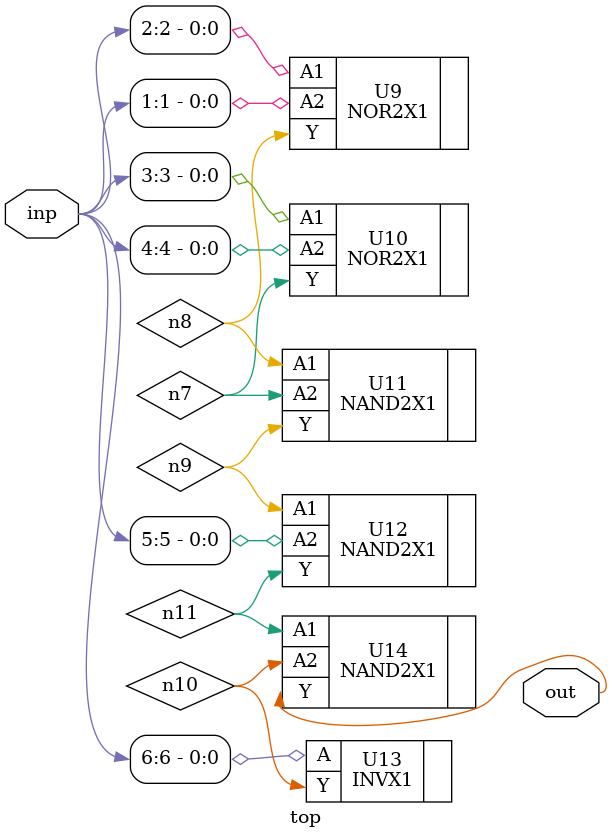
<source format=sv>


module top ( inp, out );
  input [6:0] inp;
  output out;
  wire   n7, n8, n9, n10, n11;

  NOR2X1 U9 ( .A1(inp[2]), .A2(inp[1]), .Y(n8) );
  NOR2X1 U10 ( .A1(inp[3]), .A2(inp[4]), .Y(n7) );
  NAND2X1 U11 ( .A1(n8), .A2(n7), .Y(n9) );
  NAND2X1 U12 ( .A1(n9), .A2(inp[5]), .Y(n11) );
  INVX1 U13 ( .A(inp[6]), .Y(n10) );
  NAND2X1 U14 ( .A1(n11), .A2(n10), .Y(out) );
endmodule


</source>
